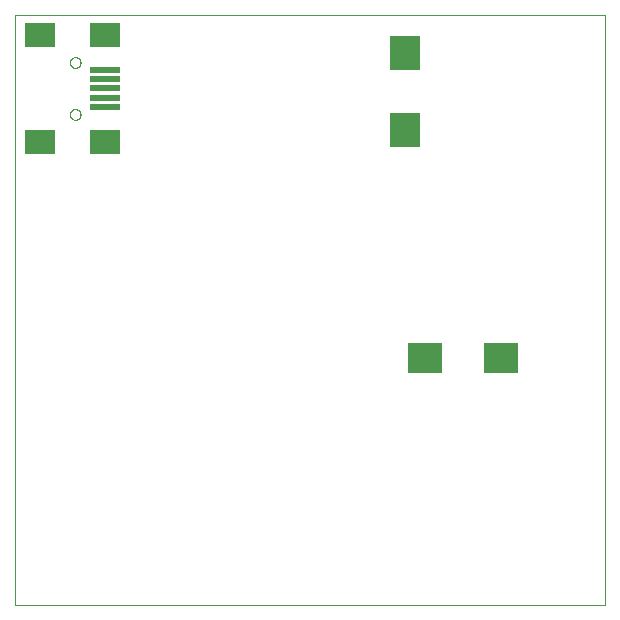
<source format=gtp>
G75*
%MOIN*%
%OFA0B0*%
%FSLAX25Y25*%
%IPPOS*%
%LPD*%
%AMOC8*
5,1,8,0,0,1.08239X$1,22.5*
%
%ADD10C,0.00000*%
%ADD11R,0.11417X0.09843*%
%ADD12R,0.09843X0.11417*%
%ADD13R,0.09843X0.01969*%
%ADD14R,0.09843X0.07874*%
D10*
X0013611Y0013611D02*
X0013611Y0210461D01*
X0210461Y0210461D01*
X0210461Y0013611D01*
X0013611Y0013611D01*
X0031997Y0177194D02*
X0031999Y0177278D01*
X0032005Y0177361D01*
X0032015Y0177444D01*
X0032029Y0177527D01*
X0032046Y0177609D01*
X0032068Y0177690D01*
X0032093Y0177769D01*
X0032122Y0177848D01*
X0032155Y0177925D01*
X0032191Y0178000D01*
X0032231Y0178074D01*
X0032274Y0178146D01*
X0032321Y0178215D01*
X0032371Y0178282D01*
X0032424Y0178347D01*
X0032480Y0178409D01*
X0032538Y0178469D01*
X0032600Y0178526D01*
X0032664Y0178579D01*
X0032731Y0178630D01*
X0032800Y0178677D01*
X0032871Y0178722D01*
X0032944Y0178762D01*
X0033019Y0178799D01*
X0033096Y0178833D01*
X0033174Y0178863D01*
X0033253Y0178889D01*
X0033334Y0178912D01*
X0033416Y0178930D01*
X0033498Y0178945D01*
X0033581Y0178956D01*
X0033664Y0178963D01*
X0033748Y0178966D01*
X0033832Y0178965D01*
X0033915Y0178960D01*
X0033999Y0178951D01*
X0034081Y0178938D01*
X0034163Y0178922D01*
X0034244Y0178901D01*
X0034325Y0178877D01*
X0034403Y0178849D01*
X0034481Y0178817D01*
X0034557Y0178781D01*
X0034631Y0178742D01*
X0034703Y0178700D01*
X0034773Y0178654D01*
X0034841Y0178605D01*
X0034906Y0178553D01*
X0034969Y0178498D01*
X0035029Y0178440D01*
X0035087Y0178379D01*
X0035141Y0178315D01*
X0035193Y0178249D01*
X0035241Y0178181D01*
X0035286Y0178110D01*
X0035327Y0178037D01*
X0035366Y0177963D01*
X0035400Y0177887D01*
X0035431Y0177809D01*
X0035458Y0177730D01*
X0035482Y0177649D01*
X0035501Y0177568D01*
X0035517Y0177486D01*
X0035529Y0177403D01*
X0035537Y0177319D01*
X0035541Y0177236D01*
X0035541Y0177152D01*
X0035537Y0177069D01*
X0035529Y0176985D01*
X0035517Y0176902D01*
X0035501Y0176820D01*
X0035482Y0176739D01*
X0035458Y0176658D01*
X0035431Y0176579D01*
X0035400Y0176501D01*
X0035366Y0176425D01*
X0035327Y0176351D01*
X0035286Y0176278D01*
X0035241Y0176207D01*
X0035193Y0176139D01*
X0035141Y0176073D01*
X0035087Y0176009D01*
X0035029Y0175948D01*
X0034969Y0175890D01*
X0034906Y0175835D01*
X0034841Y0175783D01*
X0034773Y0175734D01*
X0034703Y0175688D01*
X0034631Y0175646D01*
X0034557Y0175607D01*
X0034481Y0175571D01*
X0034403Y0175539D01*
X0034325Y0175511D01*
X0034244Y0175487D01*
X0034163Y0175466D01*
X0034081Y0175450D01*
X0033999Y0175437D01*
X0033915Y0175428D01*
X0033832Y0175423D01*
X0033748Y0175422D01*
X0033664Y0175425D01*
X0033581Y0175432D01*
X0033498Y0175443D01*
X0033416Y0175458D01*
X0033334Y0175476D01*
X0033253Y0175499D01*
X0033174Y0175525D01*
X0033096Y0175555D01*
X0033019Y0175589D01*
X0032944Y0175626D01*
X0032871Y0175666D01*
X0032800Y0175711D01*
X0032731Y0175758D01*
X0032664Y0175809D01*
X0032600Y0175862D01*
X0032538Y0175919D01*
X0032480Y0175979D01*
X0032424Y0176041D01*
X0032371Y0176106D01*
X0032321Y0176173D01*
X0032274Y0176242D01*
X0032231Y0176314D01*
X0032191Y0176388D01*
X0032155Y0176463D01*
X0032122Y0176540D01*
X0032093Y0176619D01*
X0032068Y0176698D01*
X0032046Y0176779D01*
X0032029Y0176861D01*
X0032015Y0176944D01*
X0032005Y0177027D01*
X0031999Y0177110D01*
X0031997Y0177194D01*
X0031997Y0194517D02*
X0031999Y0194601D01*
X0032005Y0194684D01*
X0032015Y0194767D01*
X0032029Y0194850D01*
X0032046Y0194932D01*
X0032068Y0195013D01*
X0032093Y0195092D01*
X0032122Y0195171D01*
X0032155Y0195248D01*
X0032191Y0195323D01*
X0032231Y0195397D01*
X0032274Y0195469D01*
X0032321Y0195538D01*
X0032371Y0195605D01*
X0032424Y0195670D01*
X0032480Y0195732D01*
X0032538Y0195792D01*
X0032600Y0195849D01*
X0032664Y0195902D01*
X0032731Y0195953D01*
X0032800Y0196000D01*
X0032871Y0196045D01*
X0032944Y0196085D01*
X0033019Y0196122D01*
X0033096Y0196156D01*
X0033174Y0196186D01*
X0033253Y0196212D01*
X0033334Y0196235D01*
X0033416Y0196253D01*
X0033498Y0196268D01*
X0033581Y0196279D01*
X0033664Y0196286D01*
X0033748Y0196289D01*
X0033832Y0196288D01*
X0033915Y0196283D01*
X0033999Y0196274D01*
X0034081Y0196261D01*
X0034163Y0196245D01*
X0034244Y0196224D01*
X0034325Y0196200D01*
X0034403Y0196172D01*
X0034481Y0196140D01*
X0034557Y0196104D01*
X0034631Y0196065D01*
X0034703Y0196023D01*
X0034773Y0195977D01*
X0034841Y0195928D01*
X0034906Y0195876D01*
X0034969Y0195821D01*
X0035029Y0195763D01*
X0035087Y0195702D01*
X0035141Y0195638D01*
X0035193Y0195572D01*
X0035241Y0195504D01*
X0035286Y0195433D01*
X0035327Y0195360D01*
X0035366Y0195286D01*
X0035400Y0195210D01*
X0035431Y0195132D01*
X0035458Y0195053D01*
X0035482Y0194972D01*
X0035501Y0194891D01*
X0035517Y0194809D01*
X0035529Y0194726D01*
X0035537Y0194642D01*
X0035541Y0194559D01*
X0035541Y0194475D01*
X0035537Y0194392D01*
X0035529Y0194308D01*
X0035517Y0194225D01*
X0035501Y0194143D01*
X0035482Y0194062D01*
X0035458Y0193981D01*
X0035431Y0193902D01*
X0035400Y0193824D01*
X0035366Y0193748D01*
X0035327Y0193674D01*
X0035286Y0193601D01*
X0035241Y0193530D01*
X0035193Y0193462D01*
X0035141Y0193396D01*
X0035087Y0193332D01*
X0035029Y0193271D01*
X0034969Y0193213D01*
X0034906Y0193158D01*
X0034841Y0193106D01*
X0034773Y0193057D01*
X0034703Y0193011D01*
X0034631Y0192969D01*
X0034557Y0192930D01*
X0034481Y0192894D01*
X0034403Y0192862D01*
X0034325Y0192834D01*
X0034244Y0192810D01*
X0034163Y0192789D01*
X0034081Y0192773D01*
X0033999Y0192760D01*
X0033915Y0192751D01*
X0033832Y0192746D01*
X0033748Y0192745D01*
X0033664Y0192748D01*
X0033581Y0192755D01*
X0033498Y0192766D01*
X0033416Y0192781D01*
X0033334Y0192799D01*
X0033253Y0192822D01*
X0033174Y0192848D01*
X0033096Y0192878D01*
X0033019Y0192912D01*
X0032944Y0192949D01*
X0032871Y0192989D01*
X0032800Y0193034D01*
X0032731Y0193081D01*
X0032664Y0193132D01*
X0032600Y0193185D01*
X0032538Y0193242D01*
X0032480Y0193302D01*
X0032424Y0193364D01*
X0032371Y0193429D01*
X0032321Y0193496D01*
X0032274Y0193565D01*
X0032231Y0193637D01*
X0032191Y0193711D01*
X0032155Y0193786D01*
X0032122Y0193863D01*
X0032093Y0193942D01*
X0032068Y0194021D01*
X0032046Y0194102D01*
X0032029Y0194184D01*
X0032015Y0194267D01*
X0032005Y0194350D01*
X0031999Y0194433D01*
X0031997Y0194517D01*
D11*
X0150225Y0096052D03*
X0175816Y0096052D03*
D12*
X0143769Y0172154D03*
X0143769Y0197745D03*
D13*
X0043611Y0192154D03*
X0043611Y0189005D03*
X0043611Y0185855D03*
X0043611Y0182706D03*
X0043611Y0179556D03*
D14*
X0043611Y0168139D03*
X0021957Y0168139D03*
X0021957Y0203572D03*
X0043611Y0203572D03*
M02*

</source>
